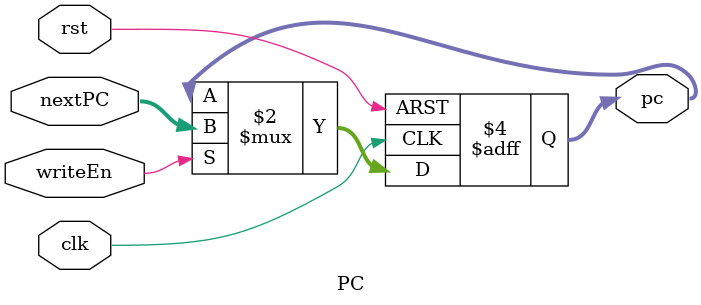
<source format=v>
module PC (input clk ,rst ,writeEn ,input [31 :0] nextPC ,output reg[31 :0] pc);

  always @ (posedge clk ,posedge rst) begin
    if (rst) pc <= 32'b 0;
    else if(writeEn) pc <= nextPC;
  end

endmodule // PC

</source>
